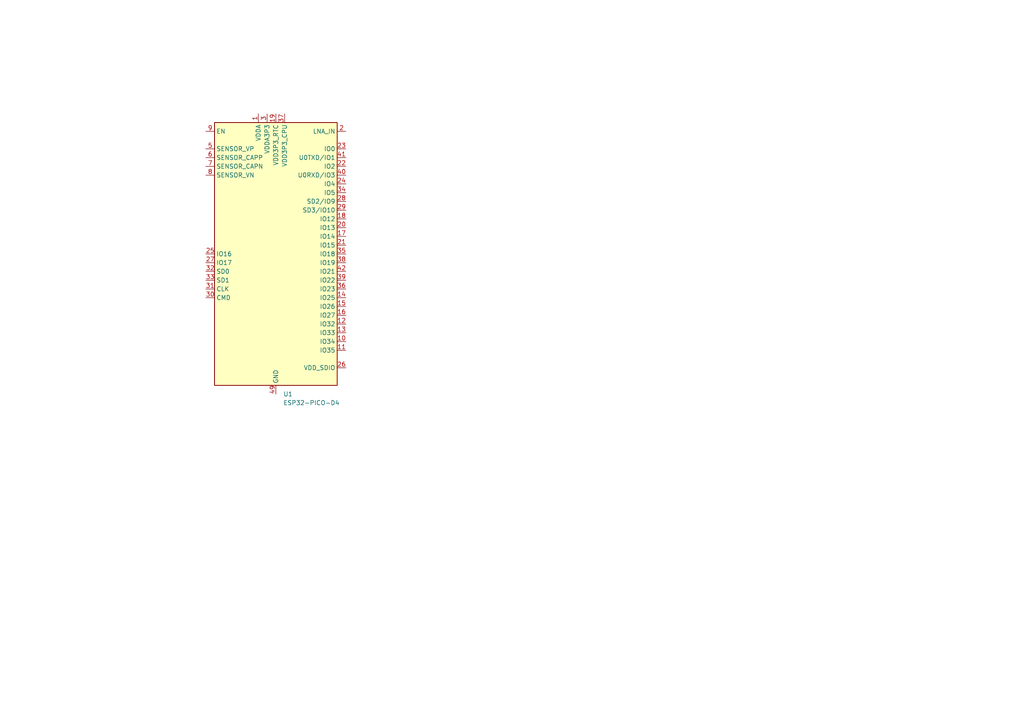
<source format=kicad_sch>
(kicad_sch
	(version 20250114)
	(generator "eeschema")
	(generator_version "9.0")
	(uuid "db97b639-f544-4fa8-aa5c-d8efe1e4a100")
	(paper "A4")
	(lib_symbols
		(symbol "MCU_Espressif:ESP32-PICO-D4"
			(exclude_from_sim no)
			(in_bom yes)
			(on_board yes)
			(property "Reference" "U"
				(at -17.78 39.37 0)
				(effects
					(font
						(size 1.27 1.27)
					)
					(justify left)
				)
			)
			(property "Value" "ESP32-PICO-D4"
				(at 3.81 39.37 0)
				(effects
					(font
						(size 1.27 1.27)
					)
					(justify left)
				)
			)
			(property "Footprint" "Package_DFN_QFN:QFN-48-1EP_7x7mm_P0.5mm_EP5.3x5.3mm"
				(at 31.75 -39.37 0)
				(effects
					(font
						(size 1.27 1.27)
					)
					(hide yes)
				)
			)
			(property "Datasheet" "https://www.espressif.com/sites/default/files/documentation/esp32-pico-d4_datasheet_en.pdf"
				(at 0 0 0)
				(effects
					(font
						(size 1.27 1.27)
					)
					(hide yes)
				)
			)
			(property "Description" "RF Module, ESP32 SoC, Wi-Fi 802.11b/g/n, Bluetooth, BLE, 32-bit, 2.7-3.6V, external antenna, QFN-48"
				(at 0 0 0)
				(effects
					(font
						(size 1.27 1.27)
					)
					(hide yes)
				)
			)
			(property "ki_keywords" "RF Radio BT ESP ESP32 Espressif external antenna"
				(at 0 0 0)
				(effects
					(font
						(size 1.27 1.27)
					)
					(hide yes)
				)
			)
			(property "ki_fp_filters" "QFN*1EP*7x7mm*P0.5mm*"
				(at 0 0 0)
				(effects
					(font
						(size 1.27 1.27)
					)
					(hide yes)
				)
			)
			(symbol "ESP32-PICO-D4_0_0"
				(pin input line
					(at -20.32 35.56 0)
					(length 2.54)
					(name "EN"
						(effects
							(font
								(size 1.27 1.27)
							)
						)
					)
					(number "9"
						(effects
							(font
								(size 1.27 1.27)
							)
						)
					)
				)
				(pin input line
					(at -20.32 30.48 0)
					(length 2.54)
					(name "SENSOR_VP"
						(effects
							(font
								(size 1.27 1.27)
							)
						)
					)
					(number "5"
						(effects
							(font
								(size 1.27 1.27)
							)
						)
					)
				)
				(pin input line
					(at -20.32 27.94 0)
					(length 2.54)
					(name "SENSOR_CAPP"
						(effects
							(font
								(size 1.27 1.27)
							)
						)
					)
					(number "6"
						(effects
							(font
								(size 1.27 1.27)
							)
						)
					)
				)
				(pin input line
					(at -20.32 25.4 0)
					(length 2.54)
					(name "SENSOR_CAPN"
						(effects
							(font
								(size 1.27 1.27)
							)
						)
					)
					(number "7"
						(effects
							(font
								(size 1.27 1.27)
							)
						)
					)
				)
				(pin input line
					(at -20.32 22.86 0)
					(length 2.54)
					(name "SENSOR_VN"
						(effects
							(font
								(size 1.27 1.27)
							)
						)
					)
					(number "8"
						(effects
							(font
								(size 1.27 1.27)
							)
						)
					)
				)
				(pin bidirectional line
					(at -20.32 0 0)
					(length 2.54)
					(name "IO16"
						(effects
							(font
								(size 1.27 1.27)
							)
						)
					)
					(number "25"
						(effects
							(font
								(size 1.27 1.27)
							)
						)
					)
				)
				(pin bidirectional line
					(at -20.32 -2.54 0)
					(length 2.54)
					(name "IO17"
						(effects
							(font
								(size 1.27 1.27)
							)
						)
					)
					(number "27"
						(effects
							(font
								(size 1.27 1.27)
							)
						)
					)
				)
				(pin bidirectional line
					(at -20.32 -5.08 0)
					(length 2.54)
					(name "SD0"
						(effects
							(font
								(size 1.27 1.27)
							)
						)
					)
					(number "32"
						(effects
							(font
								(size 1.27 1.27)
							)
						)
					)
				)
				(pin bidirectional line
					(at -20.32 -7.62 0)
					(length 2.54)
					(name "SD1"
						(effects
							(font
								(size 1.27 1.27)
							)
						)
					)
					(number "33"
						(effects
							(font
								(size 1.27 1.27)
							)
						)
					)
				)
				(pin bidirectional line
					(at -20.32 -10.16 0)
					(length 2.54)
					(name "CLK"
						(effects
							(font
								(size 1.27 1.27)
							)
						)
					)
					(number "31"
						(effects
							(font
								(size 1.27 1.27)
							)
						)
					)
				)
				(pin bidirectional line
					(at -20.32 -12.7 0)
					(length 2.54)
					(name "CMD"
						(effects
							(font
								(size 1.27 1.27)
							)
						)
					)
					(number "30"
						(effects
							(font
								(size 1.27 1.27)
							)
						)
					)
				)
				(pin no_connect line
					(at -17.78 -25.4 0)
					(length 2.54)
					(hide yes)
					(name "XTAL_N_NC"
						(effects
							(font
								(size 1.27 1.27)
							)
						)
					)
					(number "44"
						(effects
							(font
								(size 1.27 1.27)
							)
						)
					)
				)
				(pin no_connect line
					(at -17.78 -27.94 0)
					(length 2.54)
					(hide yes)
					(name "XTAL_P_NC"
						(effects
							(font
								(size 1.27 1.27)
							)
						)
					)
					(number "45"
						(effects
							(font
								(size 1.27 1.27)
							)
						)
					)
				)
				(pin no_connect line
					(at -17.78 -30.48 0)
					(length 2.54)
					(hide yes)
					(name "CAP2_NC"
						(effects
							(font
								(size 1.27 1.27)
							)
						)
					)
					(number "47"
						(effects
							(font
								(size 1.27 1.27)
							)
						)
					)
				)
				(pin no_connect line
					(at -17.78 -33.02 0)
					(length 2.54)
					(hide yes)
					(name "CAP1_NC"
						(effects
							(font
								(size 1.27 1.27)
							)
						)
					)
					(number "48"
						(effects
							(font
								(size 1.27 1.27)
							)
						)
					)
				)
				(pin power_in line
					(at -5.08 40.64 270)
					(length 2.54)
					(name "VDDA"
						(effects
							(font
								(size 1.27 1.27)
							)
						)
					)
					(number "1"
						(effects
							(font
								(size 1.27 1.27)
							)
						)
					)
				)
				(pin passive line
					(at -5.08 40.64 270)
					(length 2.54)
					(hide yes)
					(name "VDDA"
						(effects
							(font
								(size 1.27 1.27)
							)
						)
					)
					(number "43"
						(effects
							(font
								(size 1.27 1.27)
							)
						)
					)
				)
				(pin passive line
					(at -5.08 40.64 270)
					(length 2.54)
					(hide yes)
					(name "VDDA"
						(effects
							(font
								(size 1.27 1.27)
							)
						)
					)
					(number "46"
						(effects
							(font
								(size 1.27 1.27)
							)
						)
					)
				)
				(pin power_in line
					(at -2.54 40.64 270)
					(length 2.54)
					(name "VDDA3P3"
						(effects
							(font
								(size 1.27 1.27)
							)
						)
					)
					(number "3"
						(effects
							(font
								(size 1.27 1.27)
							)
						)
					)
				)
				(pin passive line
					(at -2.54 40.64 270)
					(length 2.54)
					(hide yes)
					(name "VDDA3P3"
						(effects
							(font
								(size 1.27 1.27)
							)
						)
					)
					(number "4"
						(effects
							(font
								(size 1.27 1.27)
							)
						)
					)
				)
				(pin power_in line
					(at 0 40.64 270)
					(length 2.54)
					(name "VDD3P3_RTC"
						(effects
							(font
								(size 1.27 1.27)
							)
						)
					)
					(number "19"
						(effects
							(font
								(size 1.27 1.27)
							)
						)
					)
				)
				(pin power_in line
					(at 0 -40.64 90)
					(length 2.54)
					(name "GND"
						(effects
							(font
								(size 1.27 1.27)
							)
						)
					)
					(number "49"
						(effects
							(font
								(size 1.27 1.27)
							)
						)
					)
				)
				(pin power_in line
					(at 2.54 40.64 270)
					(length 2.54)
					(name "VDD3P3_CPU"
						(effects
							(font
								(size 1.27 1.27)
							)
						)
					)
					(number "37"
						(effects
							(font
								(size 1.27 1.27)
							)
						)
					)
				)
				(pin bidirectional line
					(at 20.32 35.56 180)
					(length 2.54)
					(name "LNA_IN"
						(effects
							(font
								(size 1.27 1.27)
							)
						)
					)
					(number "2"
						(effects
							(font
								(size 1.27 1.27)
							)
						)
					)
				)
				(pin bidirectional line
					(at 20.32 30.48 180)
					(length 2.54)
					(name "IO0"
						(effects
							(font
								(size 1.27 1.27)
							)
						)
					)
					(number "23"
						(effects
							(font
								(size 1.27 1.27)
							)
						)
					)
				)
				(pin bidirectional line
					(at 20.32 27.94 180)
					(length 2.54)
					(name "U0TXD/IO1"
						(effects
							(font
								(size 1.27 1.27)
							)
						)
					)
					(number "41"
						(effects
							(font
								(size 1.27 1.27)
							)
						)
					)
				)
				(pin bidirectional line
					(at 20.32 25.4 180)
					(length 2.54)
					(name "IO2"
						(effects
							(font
								(size 1.27 1.27)
							)
						)
					)
					(number "22"
						(effects
							(font
								(size 1.27 1.27)
							)
						)
					)
				)
				(pin bidirectional line
					(at 20.32 22.86 180)
					(length 2.54)
					(name "U0RXD/IO3"
						(effects
							(font
								(size 1.27 1.27)
							)
						)
					)
					(number "40"
						(effects
							(font
								(size 1.27 1.27)
							)
						)
					)
				)
				(pin bidirectional line
					(at 20.32 20.32 180)
					(length 2.54)
					(name "IO4"
						(effects
							(font
								(size 1.27 1.27)
							)
						)
					)
					(number "24"
						(effects
							(font
								(size 1.27 1.27)
							)
						)
					)
				)
				(pin bidirectional line
					(at 20.32 17.78 180)
					(length 2.54)
					(name "IO5"
						(effects
							(font
								(size 1.27 1.27)
							)
						)
					)
					(number "34"
						(effects
							(font
								(size 1.27 1.27)
							)
						)
					)
				)
				(pin bidirectional line
					(at 20.32 15.24 180)
					(length 2.54)
					(name "SD2/IO9"
						(effects
							(font
								(size 1.27 1.27)
							)
						)
					)
					(number "28"
						(effects
							(font
								(size 1.27 1.27)
							)
						)
					)
				)
				(pin bidirectional line
					(at 20.32 12.7 180)
					(length 2.54)
					(name "SD3/IO10"
						(effects
							(font
								(size 1.27 1.27)
							)
						)
					)
					(number "29"
						(effects
							(font
								(size 1.27 1.27)
							)
						)
					)
				)
				(pin bidirectional line
					(at 20.32 10.16 180)
					(length 2.54)
					(name "IO12"
						(effects
							(font
								(size 1.27 1.27)
							)
						)
					)
					(number "18"
						(effects
							(font
								(size 1.27 1.27)
							)
						)
					)
				)
				(pin bidirectional line
					(at 20.32 7.62 180)
					(length 2.54)
					(name "IO13"
						(effects
							(font
								(size 1.27 1.27)
							)
						)
					)
					(number "20"
						(effects
							(font
								(size 1.27 1.27)
							)
						)
					)
				)
				(pin bidirectional line
					(at 20.32 5.08 180)
					(length 2.54)
					(name "IO14"
						(effects
							(font
								(size 1.27 1.27)
							)
						)
					)
					(number "17"
						(effects
							(font
								(size 1.27 1.27)
							)
						)
					)
				)
				(pin bidirectional line
					(at 20.32 2.54 180)
					(length 2.54)
					(name "IO15"
						(effects
							(font
								(size 1.27 1.27)
							)
						)
					)
					(number "21"
						(effects
							(font
								(size 1.27 1.27)
							)
						)
					)
				)
				(pin bidirectional line
					(at 20.32 0 180)
					(length 2.54)
					(name "IO18"
						(effects
							(font
								(size 1.27 1.27)
							)
						)
					)
					(number "35"
						(effects
							(font
								(size 1.27 1.27)
							)
						)
					)
				)
				(pin bidirectional line
					(at 20.32 -2.54 180)
					(length 2.54)
					(name "IO19"
						(effects
							(font
								(size 1.27 1.27)
							)
						)
					)
					(number "38"
						(effects
							(font
								(size 1.27 1.27)
							)
						)
					)
				)
				(pin bidirectional line
					(at 20.32 -5.08 180)
					(length 2.54)
					(name "IO21"
						(effects
							(font
								(size 1.27 1.27)
							)
						)
					)
					(number "42"
						(effects
							(font
								(size 1.27 1.27)
							)
						)
					)
				)
				(pin bidirectional line
					(at 20.32 -7.62 180)
					(length 2.54)
					(name "IO22"
						(effects
							(font
								(size 1.27 1.27)
							)
						)
					)
					(number "39"
						(effects
							(font
								(size 1.27 1.27)
							)
						)
					)
				)
				(pin bidirectional line
					(at 20.32 -10.16 180)
					(length 2.54)
					(name "IO23"
						(effects
							(font
								(size 1.27 1.27)
							)
						)
					)
					(number "36"
						(effects
							(font
								(size 1.27 1.27)
							)
						)
					)
				)
				(pin bidirectional line
					(at 20.32 -12.7 180)
					(length 2.54)
					(name "IO25"
						(effects
							(font
								(size 1.27 1.27)
							)
						)
					)
					(number "14"
						(effects
							(font
								(size 1.27 1.27)
							)
						)
					)
				)
				(pin bidirectional line
					(at 20.32 -15.24 180)
					(length 2.54)
					(name "IO26"
						(effects
							(font
								(size 1.27 1.27)
							)
						)
					)
					(number "15"
						(effects
							(font
								(size 1.27 1.27)
							)
						)
					)
				)
				(pin bidirectional line
					(at 20.32 -17.78 180)
					(length 2.54)
					(name "IO27"
						(effects
							(font
								(size 1.27 1.27)
							)
						)
					)
					(number "16"
						(effects
							(font
								(size 1.27 1.27)
							)
						)
					)
				)
				(pin bidirectional line
					(at 20.32 -20.32 180)
					(length 2.54)
					(name "IO32"
						(effects
							(font
								(size 1.27 1.27)
							)
						)
					)
					(number "12"
						(effects
							(font
								(size 1.27 1.27)
							)
						)
					)
				)
				(pin bidirectional line
					(at 20.32 -22.86 180)
					(length 2.54)
					(name "IO33"
						(effects
							(font
								(size 1.27 1.27)
							)
						)
					)
					(number "13"
						(effects
							(font
								(size 1.27 1.27)
							)
						)
					)
				)
				(pin input line
					(at 20.32 -25.4 180)
					(length 2.54)
					(name "IO34"
						(effects
							(font
								(size 1.27 1.27)
							)
						)
					)
					(number "10"
						(effects
							(font
								(size 1.27 1.27)
							)
						)
					)
				)
				(pin input line
					(at 20.32 -27.94 180)
					(length 2.54)
					(name "IO35"
						(effects
							(font
								(size 1.27 1.27)
							)
						)
					)
					(number "11"
						(effects
							(font
								(size 1.27 1.27)
							)
						)
					)
				)
				(pin power_out line
					(at 20.32 -33.02 180)
					(length 2.54)
					(name "VDD_SDIO"
						(effects
							(font
								(size 1.27 1.27)
							)
						)
					)
					(number "26"
						(effects
							(font
								(size 1.27 1.27)
							)
						)
					)
				)
			)
			(symbol "ESP32-PICO-D4_0_1"
				(rectangle
					(start -17.78 38.1)
					(end 17.78 -38.1)
					(stroke
						(width 0.254)
						(type default)
					)
					(fill
						(type background)
					)
				)
			)
			(embedded_fonts no)
		)
	)
	(symbol
		(lib_id "MCU_Espressif:ESP32-PICO-D4")
		(at 80.01 73.66 0)
		(unit 1)
		(exclude_from_sim no)
		(in_bom yes)
		(on_board yes)
		(dnp no)
		(fields_autoplaced yes)
		(uuid "da91eda3-5394-4b12-91ce-1e370704fc18")
		(property "Reference" "U1"
			(at 82.1533 114.3 0)
			(effects
				(font
					(size 1.27 1.27)
				)
				(justify left)
			)
		)
		(property "Value" "ESP32-PICO-D4"
			(at 82.1533 116.84 0)
			(effects
				(font
					(size 1.27 1.27)
				)
				(justify left)
			)
		)
		(property "Footprint" "Package_DFN_QFN:QFN-48-1EP_7x7mm_P0.5mm_EP5.3x5.3mm"
			(at 111.76 113.03 0)
			(effects
				(font
					(size 1.27 1.27)
				)
				(hide yes)
			)
		)
		(property "Datasheet" "https://www.espressif.com/sites/default/files/documentation/esp32-pico-d4_datasheet_en.pdf"
			(at 80.01 73.66 0)
			(effects
				(font
					(size 1.27 1.27)
				)
				(hide yes)
			)
		)
		(property "Description" "RF Module, ESP32 SoC, Wi-Fi 802.11b/g/n, Bluetooth, BLE, 32-bit, 2.7-3.6V, external antenna, QFN-48"
			(at 80.01 73.66 0)
			(effects
				(font
					(size 1.27 1.27)
				)
				(hide yes)
			)
		)
		(pin "27"
			(uuid "3fc27010-8d63-401d-b63d-2709f9ba7f84")
		)
		(pin "44"
			(uuid "1b267b35-a595-4f37-837c-af03995a862b")
		)
		(pin "15"
			(uuid "cb4bfec9-af8b-4f6d-b753-c93a109af9c1")
		)
		(pin "4"
			(uuid "51bee43d-080b-4957-92b7-1e16f147b5f8")
		)
		(pin "7"
			(uuid "a03fc2dd-0ba3-4ed0-bb31-ba9fdf1aab62")
		)
		(pin "8"
			(uuid "95c24fdf-7bf3-41de-8cca-6510e49109ec")
		)
		(pin "45"
			(uuid "c7bc3c7f-c141-486f-97e4-d83f1018dfcf")
		)
		(pin "5"
			(uuid "f8de4d19-98ec-4305-bcc4-d7b5db45f6bb")
		)
		(pin "30"
			(uuid "d345b0e8-1568-4340-b5a0-2291a156bd46")
		)
		(pin "47"
			(uuid "8c9dc877-b511-4c7c-9929-69c58369de36")
		)
		(pin "24"
			(uuid "0ceea030-ca26-460c-b06b-695ae66cd4e1")
		)
		(pin "32"
			(uuid "5dcf5240-b4c7-46c6-9c2d-5b5bc2a648e0")
		)
		(pin "23"
			(uuid "46ef3716-916d-4678-ad98-b05768b46a5a")
		)
		(pin "18"
			(uuid "25f17ef3-76c1-48a3-8237-f5f10e983428")
		)
		(pin "17"
			(uuid "035708f3-d6cb-41aa-a2d0-52899c987cd8")
		)
		(pin "42"
			(uuid "e04e2fb9-4efc-4c1a-a2f4-14ee7f33d43a")
		)
		(pin "3"
			(uuid "05599739-de78-42ee-bbb8-6138fc391b65")
		)
		(pin "40"
			(uuid "ef168b07-bc80-4d7c-b059-e8a69c722a3a")
		)
		(pin "16"
			(uuid "a1413b9c-576b-4a56-b75f-5366192ee26b")
		)
		(pin "11"
			(uuid "e1931a85-784c-4556-baa1-898e7c2205c0")
		)
		(pin "49"
			(uuid "b7bd463b-9ffc-4123-9416-42a87c4e8fbf")
		)
		(pin "25"
			(uuid "525bda6d-7d11-4a64-abd0-e5728516b2f6")
		)
		(pin "41"
			(uuid "fd22506e-780a-4c53-9672-55feb303a31a")
		)
		(pin "31"
			(uuid "4a230c07-e053-4e88-8431-80b744d1c364")
		)
		(pin "9"
			(uuid "9b137b65-524c-464d-aeea-a4cc5ff465a2")
		)
		(pin "19"
			(uuid "21ea2928-f57c-4f2b-9f43-7c1396c9dece")
		)
		(pin "20"
			(uuid "e134286b-0af1-4a76-912b-21511fa76635")
		)
		(pin "33"
			(uuid "39156de5-898c-4810-ad2b-7da01b488288")
		)
		(pin "48"
			(uuid "2c434915-9bae-4c9c-834a-95e06f6ed78c")
		)
		(pin "1"
			(uuid "57292880-9932-483c-9b56-862bd0e79119")
		)
		(pin "29"
			(uuid "e574433f-6f12-4c02-9a84-e44a65d36946")
		)
		(pin "21"
			(uuid "5daf43f8-19be-42b1-b925-0acfd2e06d87")
		)
		(pin "43"
			(uuid "7b51d6b5-216d-435c-9f9a-8edb2e675df1")
		)
		(pin "22"
			(uuid "d8d6983f-cf82-4cfd-979e-63312673e51f")
		)
		(pin "34"
			(uuid "7691910b-dd9e-4296-8bad-b0245db7e3a7")
		)
		(pin "35"
			(uuid "2d889268-dd92-4124-9d40-804264703640")
		)
		(pin "46"
			(uuid "52f379c4-f2a6-4265-98c8-f433babb2914")
		)
		(pin "2"
			(uuid "8de028fc-cde1-435c-bafb-95cfad523671")
		)
		(pin "6"
			(uuid "7211e55d-fa9d-493f-854b-303815c98694")
		)
		(pin "28"
			(uuid "c627a3e7-2f95-4110-8f56-63f5c0b6a82c")
		)
		(pin "38"
			(uuid "7aa92115-e33e-4d0d-8564-6737ec9d56f7")
		)
		(pin "39"
			(uuid "6513ec50-9e3d-4c06-b343-5a980db2bef3")
		)
		(pin "36"
			(uuid "74e7ced5-e87e-42fd-aec0-8182c0ac577d")
		)
		(pin "14"
			(uuid "d71ebd83-c868-400f-944f-9a8d1202f54c")
		)
		(pin "12"
			(uuid "25b35d9c-61e7-4122-9737-4c726e4a1d60")
		)
		(pin "13"
			(uuid "bc6bb372-433e-499c-9132-e1b327f3e5ba")
		)
		(pin "37"
			(uuid "cc5004b2-e202-4224-beac-28f5a7a0817f")
		)
		(pin "10"
			(uuid "eb345469-f2c9-4647-9704-2c4063197462")
		)
		(pin "26"
			(uuid "96de1dae-79c6-43d2-bf10-228b17e8f939")
		)
		(instances
			(project ""
				(path "/db97b639-f544-4fa8-aa5c-d8efe1e4a100"
					(reference "U1")
					(unit 1)
				)
			)
		)
	)
	(sheet_instances
		(path "/"
			(page "1")
		)
	)
	(embedded_fonts no)
)

</source>
